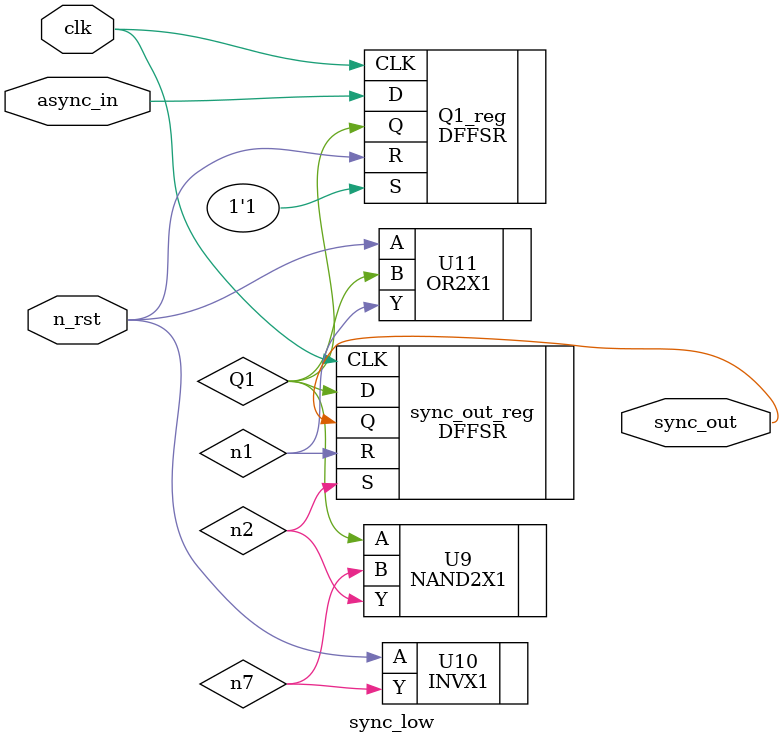
<source format=v>


module sync_low ( clk, n_rst, async_in, sync_out );
  input clk, n_rst, async_in;
  output sync_out;
  wire   Q1, n1, n2, n7;

  DFFSR Q1_reg ( .D(async_in), .CLK(clk), .R(n_rst), .S(1'b1), .Q(Q1) );
  DFFSR sync_out_reg ( .D(Q1), .CLK(clk), .R(n1), .S(n2), .Q(sync_out) );
  NAND2X1 U9 ( .A(Q1), .B(n7), .Y(n2) );
  INVX1 U10 ( .A(n_rst), .Y(n7) );
  OR2X1 U11 ( .A(n_rst), .B(Q1), .Y(n1) );
endmodule


</source>
